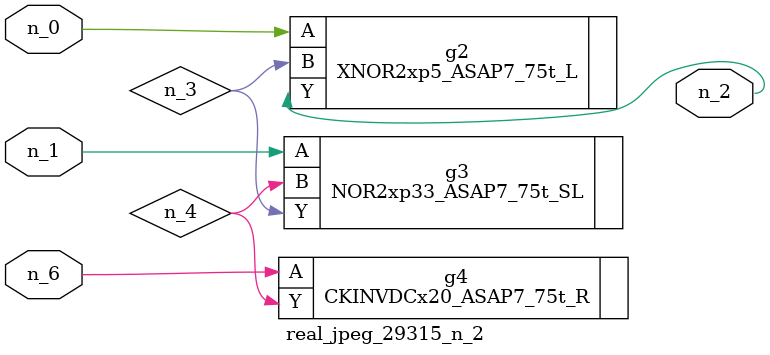
<source format=v>
module real_jpeg_29315_n_2 (n_6, n_1, n_0, n_2);

input n_6;
input n_1;
input n_0;

output n_2;

wire n_4;
wire n_3;

XNOR2xp5_ASAP7_75t_L g2 ( 
.A(n_0),
.B(n_3),
.Y(n_2)
);

NOR2xp33_ASAP7_75t_SL g3 ( 
.A(n_1),
.B(n_4),
.Y(n_3)
);

CKINVDCx20_ASAP7_75t_R g4 ( 
.A(n_6),
.Y(n_4)
);


endmodule
</source>
